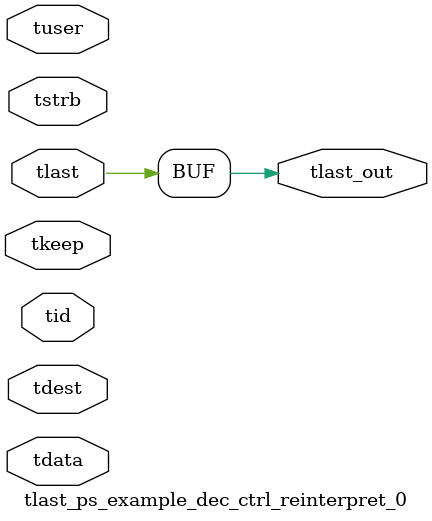
<source format=v>


`timescale 1ps/1ps

module tlast_ps_example_dec_ctrl_reinterpret_0 #
(
parameter C_S_AXIS_TID_WIDTH   = 1,
parameter C_S_AXIS_TUSER_WIDTH = 0,
parameter C_S_AXIS_TDATA_WIDTH = 0,
parameter C_S_AXIS_TDEST_WIDTH = 0
)
(
input  [(C_S_AXIS_TID_WIDTH   == 0 ? 1 : C_S_AXIS_TID_WIDTH)-1:0       ] tid,
input  [(C_S_AXIS_TDATA_WIDTH == 0 ? 1 : C_S_AXIS_TDATA_WIDTH)-1:0     ] tdata,
input  [(C_S_AXIS_TUSER_WIDTH == 0 ? 1 : C_S_AXIS_TUSER_WIDTH)-1:0     ] tuser,
input  [(C_S_AXIS_TDEST_WIDTH == 0 ? 1 : C_S_AXIS_TDEST_WIDTH)-1:0     ] tdest,
input  [(C_S_AXIS_TDATA_WIDTH/8)-1:0 ] tkeep,
input  [(C_S_AXIS_TDATA_WIDTH/8)-1:0 ] tstrb,
input  [0:0]                                                             tlast,
output                                                                   tlast_out
);

assign tlast_out = {tlast};

endmodule


</source>
